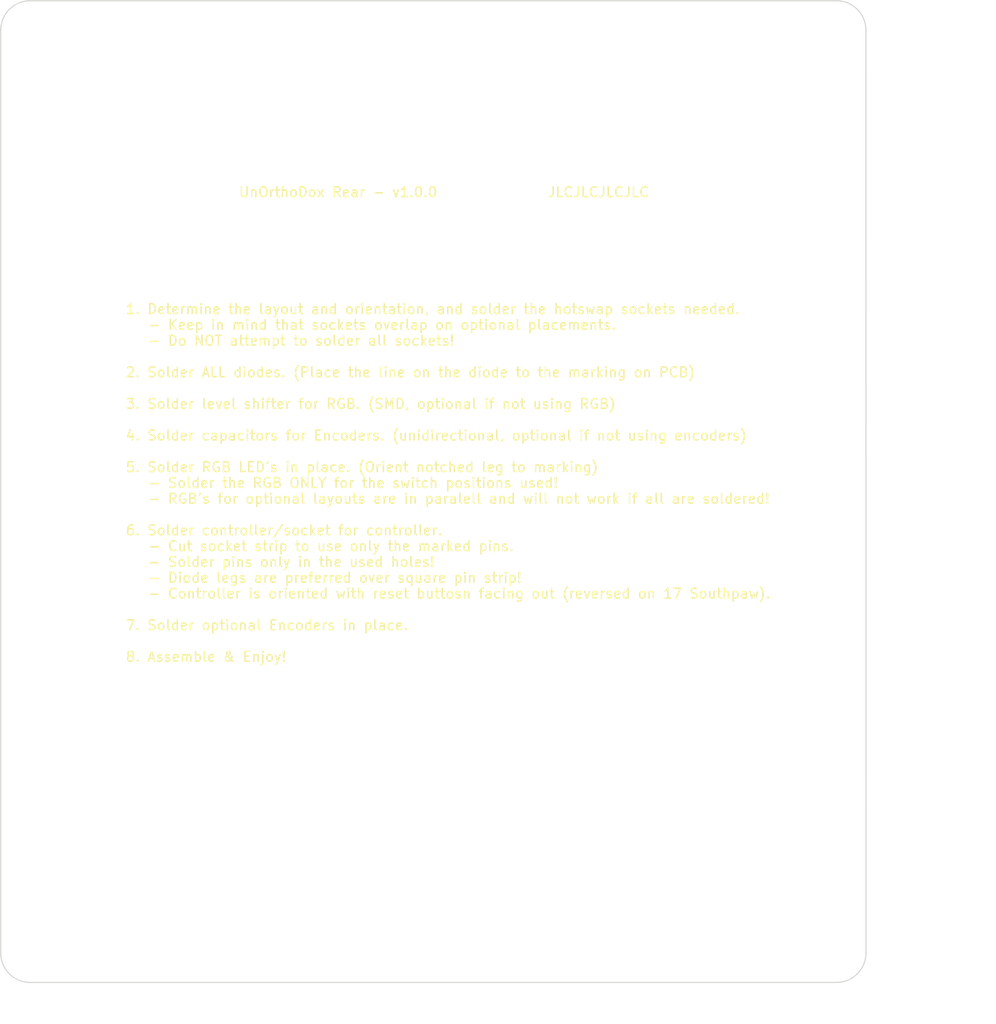
<source format=kicad_pcb>
(kicad_pcb (version 20221018) (generator pcbnew)
  (title_block (title "UnOrhtoDox Rear") (date "2023-07-11") (rev "v1.0.0") (company "Tweety's Wild Thinking") (comment 1 "Markus Knutsson <markus.knutsson@tweety.se>") (comment 2 "https://github.com/TweetyDaBird") (comment 3 "Licensed under Creative Commons BY-SA 4.0 International "))
  (layers (0 "F.Cu" signal) (31 "B.Cu" signal) (34 "B.Paste" user) (35 "F.Paste" user) (36 "B.SilkS" user "B.Silkscreen") (37 "F.SilkS" user "F.Silkscreen") (38 "B.Mask" user) (39 "F.Mask" user) (44 "Edge.Cuts" user))
  (net 0 "")
  (footprint "Keyboard_Plate:Spacer Plate hole" (layer "F.Cu") (at 107.265 126.635)
    (fp_text reference "H2" hide)
    (fp_text value "Spacer_PCB" hide)
    (pad "" np_thru_hole circle (at 0 0) (size 2.5 2.5) (drill 2.5) (layers "*.Cu" "*.Mask"))
  )
  (footprint "Keyboard_Plate:Spacer Plate hole" (layer "F.Cu") (at 189.465 126.635)
    (fp_text reference "H4" hide)
    (fp_text value "Spacer_PCB" hide)
    (pad "" np_thru_hole circle (at 0 0) (size 2.5 2.5) (drill 2.5) (layers "*.Cu" "*.Mask"))
  )
  (footprint "Keyboard_Plate:Spacer Plate hole" (layer "F.Cu") (at 189.465 32.635)
    (fp_text reference "H3" hide)
    (fp_text value "Spacer_PCB" hide)
    (pad "" np_thru_hole circle (at 0 0) (size 2.5 2.5) (drill 2.5) (layers "*.Cu" "*.Mask"))
  )
  (footprint "Keyboard_Plate:Spacer Plate hole" (layer "F.Cu") (at 107.27 32.64 90)
    (fp_text reference "H1" hide)
    (fp_text value "Spacer_PCB" hide)
    (pad "" np_thru_hole circle (at 0 0 90) (size 2.5 2.5) (drill 2.5) (layers "*.Cu" "*.Mask"))
  )
  (gr_arc (start 192.465 126.63) (mid 191.58632 128.75132) (end 189.465 129.63) (stroke (width 0.1)) (layer "Edge.Cuts"))
  (gr_line (start 192.465 126.63) (end 192.46 32.64) (stroke (width 0.1)) (layer "Edge.Cuts"))
  (gr_line (start 189.465 129.63) (end 107.27 129.63) (stroke (width 0.1)) (layer "Edge.Cuts"))
  (gr_line (start 107.27 29.64) (end 189.46 29.64) (stroke (width 0.1)) (layer "Edge.Cuts"))
  (gr_arc (start 104.27 32.64) (mid 105.14868 30.51868) (end 107.27 29.64) (stroke (width 0.1)) (layer "Edge.Cuts"))
  (gr_line (start 104.27 32.64) (end 104.27 126.63) (stroke (width 0.1)) (layer "Edge.Cuts"))
  (gr_arc (start 107.27 129.63) (mid 105.14868 128.75132) (end 104.27 126.63) (stroke (width 0.1)) (layer "Edge.Cuts"))
  (gr_arc (start 189.46 29.64) (mid 191.58132 30.51868) (end 192.46 32.64) (stroke (width 0.1)) (layer "Edge.Cuts"))
  (gr_text "1. Determine the layout and orientation, and solder the hotswap sockets needed.\n   - Keep in mind that sockets overlap on optional placements.\n   - Do NOT attempt to solder all sockets!\n\n2. Solder ALL diodes. (Place the line on the diode to the marking on PCB)\n\n3. Solder level shifter for RGB. (SMD, optional if not using RGB)\n\n4. Solder capacitors for Encoders. (unidirectional, optional if not using encoders)\n\n5. Solder RGB LED's in place. (Orient notched leg to marking)\n   - Solder the RGB ONLY for the switch positions used!\n   - RGB's for optional layouts are in paralell and will not work if all are soldered!\n\n6. Solder controller/socket for controller. \n   - Cut socket strip to use only the marked pins. \n   - Solder pins only in the used holes!\n   - Diode legs are preferred over square pin strip!\n   - Controller is oriented with reset buttosn facing out (reversed on 17 Southpaw).\n\n7. Solder optional Encoders in place.\n\n8. Assemble & Enjoy!" (at 116.93 78.75) (layer "F.SilkS") (effects (font (size 1 1)) (justify left)))
  (gr_text "JLCJLCJLCJLC" (at 165.2 49.13) (layer "F.SilkS") (effects (font (size 1 1))))
  (gr_text "UnOrthoDox Rear - v1.0.0" (at 138.66 49.13) (layer "F.SilkS") (effects (font (size 1 1))))
)
</source>
